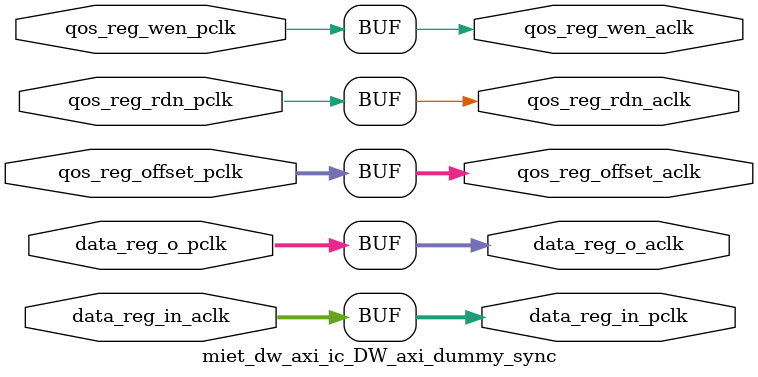
<source format=v>
/* ---------------------------------------------------------------------
**
// ------------------------------------------------------------------------------
// 
// Copyright 2001 - 2020 Synopsys, INC.
// 
// This Synopsys IP and all associated documentation are proprietary to
// Synopsys, Inc. and may only be used pursuant to the terms and conditions of a
// written license agreement with Synopsys, Inc. All other use, reproduction,
// modification, or distribution of the Synopsys IP or the associated
// documentation is strictly prohibited.
// 
// Component Name   : DW_axi
// Component Version: 4.04a
// Release Type     : GA
// ------------------------------------------------------------------------------

// 
// Release version :  4.04a
// File Version     :        $Revision: #4 $ 
// Revision: $Id: //dwh/DW_ocb/DW_axi/amba_dev/src/DW_axi_dummy_sync.v#4 $ 
**
** ---------------------------------------------------------------------
**
** File     : DW_axi_dummy_sync.v
//
//
** Created  : Thu Nov 17 13:27:47 MEST 2011
** Modified : $Date: 2020/03/22 $
** Abstract : Dummy module kept for CDC check purpose.
**            This module list all the signals corssing clock domain.
**            All the CDC signals are qualified by a qualifier (handshake mechanism)
**            hence synchronization is not required.
** ---------------------------------------------------------------------
*/

`include "miet_dw_axi_ic_DW_axi_all_includes.vh"

module miet_dw_axi_ic_DW_axi_dummy_sync (
     data_reg_in_aclk,
     data_reg_o_pclk,
     qos_reg_wen_pclk,
     qos_reg_rdn_pclk,
     qos_reg_offset_pclk,
     data_reg_in_pclk,
     data_reg_o_aclk,
     qos_reg_wen_aclk,
     qos_reg_rdn_aclk,
     qos_reg_offset_aclk
     );

   //----------------------------------------------------
   //---Port declaraion-----------------
   //------------------------------------------------------
    input  [31:0]                     data_reg_in_aclk; // data reg 
    output [31:0]                     data_reg_o_aclk; 
    output                            qos_reg_wen_aclk; // qos register write enable 
    output                            qos_reg_rdn_aclk;  // qos register read enable
    output [7:0]                      qos_reg_offset_aclk; // qos registers offset
    output [31:0]                     data_reg_in_pclk; 
    input  [31:0]                     data_reg_o_pclk; 
    input                             qos_reg_wen_pclk; 
    input                             qos_reg_rdn_pclk; 
    input  [7:0]                      qos_reg_offset_pclk; 
         
   // ----------------------------------------------------------
   // -- local registers and wires
   // ----------------------------------------------------------
   //
     wire [31:0]                      data_reg_o_pclk; 
     wire                             qos_reg_wen_pclk; 
     wire [7:0]                       qos_reg_offset_pclk; 
     wire [31:0]                      data_reg_in_aclk; 
     
          
     assign data_reg_o_aclk      =  data_reg_o_pclk ;
     assign qos_reg_wen_aclk     =  qos_reg_wen_pclk ;
     assign qos_reg_rdn_aclk     =  qos_reg_rdn_pclk ;
     assign qos_reg_offset_aclk  =  qos_reg_offset_pclk ;
     assign data_reg_in_pclk     =  data_reg_in_aclk ;

    
                        
  endmodule

</source>
